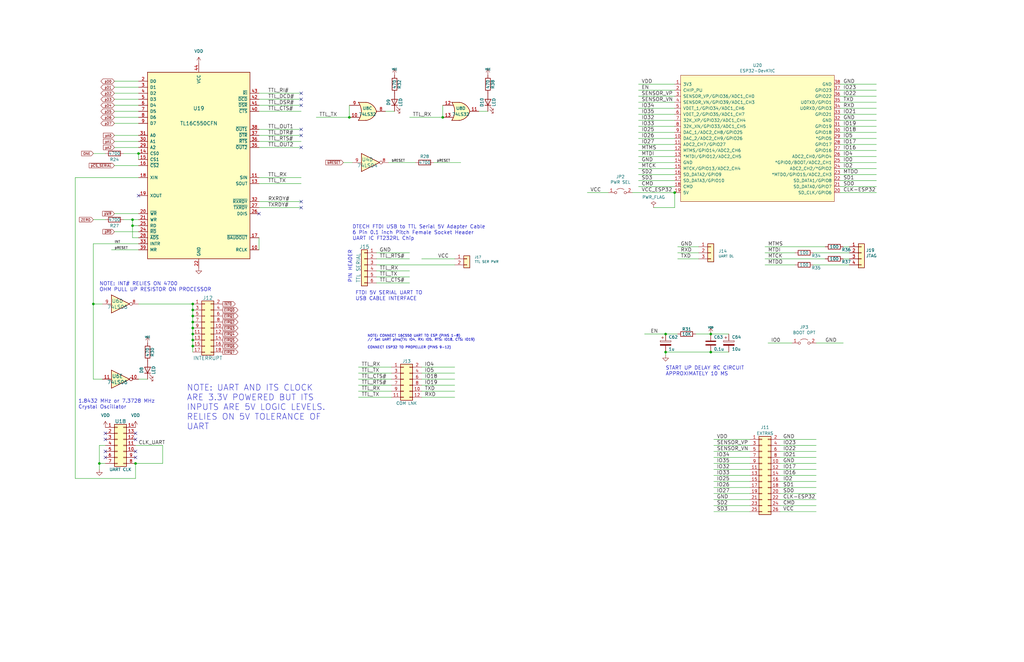
<source format=kicad_sch>
(kicad_sch (version 20211123) (generator eeschema)
  (paper "B")
  (junction (at 55.88 95.25))
  (junction (at 81.28 128.27))
  (junction (at 58.42 64.77))
  (junction (at 41.91 195.58))
  (junction (at 81.28 146.05))
  (junction (at 147.32 49.53))
  (junction (at 81.28 138.43))
  (junction (at 39.37 128.27))
  (junction (at 284.48 81.28))
  (junction (at 81.28 133.35))
  (junction (at 280.67 140.97))
  (junction (at 57.15 195.58))
  (junction (at 299.72 140.97))
  (junction (at 186.69 49.53))
  (junction (at 81.28 130.81))
  (junction (at 299.72 148.59))
  (junction (at 81.28 143.51))
  (junction (at 81.28 135.89))
  (junction (at 81.28 140.97))
  (junction (at 280.67 148.59))
  (junction (at 55.88 92.71))
  (no_connect (at 127 44.45))
  (no_connect (at 127 85.09))
  (no_connect (at 57.15 193.04))
  (no_connect (at 44.45 190.5))
  (no_connect (at 127 41.91))
  (no_connect (at 127 62.23))
  (no_connect (at 109.22 90.17))
  (no_connect (at 44.45 193.04))
  (no_connect (at 127 54.61))
  (no_connect (at 57.15 182.88))
  (no_connect (at 127 87.63))
  (no_connect (at 127 39.37))
  (no_connect (at 44.45 182.88))
  (no_connect (at 57.15 190.5))
  (no_connect (at 57.15 185.42))
  (no_connect (at 44.45 185.42))
  (no_connect (at 58.42 82.55))
  (no_connect (at 127 57.15))
  (wire (pts (xy 48.26 52.07) (xy 58.42 52.07)))
  (wire (pts (xy 300.99 187.96) (xy 316.23 187.96)))
  (wire (pts (xy 39.37 102.87) (xy 58.42 102.87)))
  (wire (pts (xy 109.22 44.45) (xy 127 44.45)))
  (wire (pts (xy 269.24 68.58) (xy 284.48 68.58)))
  (wire (pts (xy 354.33 45.72) (xy 369.57 45.72)))
  (wire (pts (xy 48.26 69.85) (xy 58.42 69.85)))
  (wire (pts (xy 172.72 49.53) (xy 186.69 49.53)))
  (wire (pts (xy 269.24 45.72) (xy 284.48 45.72)))
  (wire (pts (xy 48.26 57.15) (xy 58.42 57.15)))
  (wire (pts (xy 269.24 60.96) (xy 284.48 60.96)))
  (wire (pts (xy 342.9 106.68) (xy 358.14 106.68)))
  (wire (pts (xy 322.58 104.14) (xy 347.98 104.14)))
  (wire (pts (xy 48.26 36.83) (xy 58.42 36.83)))
  (wire (pts (xy 41.91 198.12) (xy 41.91 195.58)))
  (wire (pts (xy 354.33 71.12) (xy 369.57 71.12)))
  (wire (pts (xy 354.33 48.26) (xy 369.57 48.26)))
  (wire (pts (xy 109.22 105.41) (xy 109.22 100.33)))
  (wire (pts (xy 269.24 35.56) (xy 284.48 35.56)))
  (wire (pts (xy 58.42 160.02) (xy 62.23 160.02)))
  (wire (pts (xy 269.24 78.74) (xy 284.48 78.74)))
  (wire (pts (xy 52.07 92.71) (xy 55.88 92.71)))
  (wire (pts (xy 269.24 40.64) (xy 284.48 40.64)))
  (wire (pts (xy 284.48 81.28) (xy 284.48 87.63)))
  (wire (pts (xy 172.72 114.3) (xy 158.75 114.3)))
  (wire (pts (xy 300.99 185.42) (xy 316.23 185.42)))
  (wire (pts (xy 81.28 148.59) (xy 81.28 146.05)))
  (wire (pts (xy 109.22 77.47) (xy 127 77.47)))
  (wire (pts (xy 269.24 63.5) (xy 284.48 63.5)))
  (wire (pts (xy 57.15 187.96) (xy 68.58 187.96)))
  (wire (pts (xy 158.75 111.76) (xy 191.77 111.76)))
  (wire (pts (xy 280.67 140.97) (xy 285.75 140.97)))
  (wire (pts (xy 280.67 148.59) (xy 280.67 149.86)))
  (wire (pts (xy 271.78 140.97) (xy 280.67 140.97)))
  (wire (pts (xy 81.28 140.97) (xy 81.28 138.43)))
  (wire (pts (xy 39.37 92.71) (xy 44.45 92.71)))
  (wire (pts (xy 285.75 104.14) (xy 294.64 104.14)))
  (wire (pts (xy 269.24 71.12) (xy 284.48 71.12)))
  (wire (pts (xy 151.13 162.56) (xy 165.1 162.56)))
  (wire (pts (xy 328.93 195.58) (xy 344.17 195.58)))
  (wire (pts (xy 158.75 119.38) (xy 172.72 119.38)))
  (wire (pts (xy 354.33 66.04) (xy 369.57 66.04)))
  (wire (pts (xy 300.99 190.5) (xy 316.23 190.5)))
  (wire (pts (xy 300.99 205.74) (xy 316.23 205.74)))
  (wire (pts (xy 300.99 210.82) (xy 316.23 210.82)))
  (wire (pts (xy 151.13 167.64) (xy 165.1 167.64)))
  (wire (pts (xy 300.99 193.04) (xy 316.23 193.04)))
  (wire (pts (xy 354.33 53.34) (xy 369.57 53.34)))
  (wire (pts (xy 133.35 49.53) (xy 147.32 49.53)))
  (wire (pts (xy 177.8 157.48) (xy 191.77 157.48)))
  (wire (pts (xy 48.26 41.91) (xy 58.42 41.91)))
  (wire (pts (xy 57.15 201.93) (xy 57.15 195.58)))
  (wire (pts (xy 354.33 63.5) (xy 369.57 63.5)))
  (wire (pts (xy 269.24 50.8) (xy 284.48 50.8)))
  (wire (pts (xy 354.33 68.58) (xy 369.57 68.58)))
  (wire (pts (xy 39.37 64.77) (xy 44.45 64.77)))
  (wire (pts (xy 151.13 160.02) (xy 165.1 160.02)))
  (wire (pts (xy 354.33 50.8) (xy 369.57 50.8)))
  (wire (pts (xy 39.37 102.87) (xy 39.37 128.27)))
  (wire (pts (xy 201.93 46.99) (xy 205.74 46.99)))
  (wire (pts (xy 269.24 76.2) (xy 284.48 76.2)))
  (wire (pts (xy 300.99 208.28) (xy 316.23 208.28)))
  (wire (pts (xy 39.37 128.27) (xy 43.18 128.27)))
  (wire (pts (xy 81.28 135.89) (xy 81.28 133.35)))
  (wire (pts (xy 300.99 198.12) (xy 316.23 198.12)))
  (wire (pts (xy 55.88 100.33) (xy 55.88 95.25)))
  (wire (pts (xy 31.75 201.93) (xy 57.15 201.93)))
  (wire (pts (xy 269.24 58.42) (xy 284.48 58.42)))
  (wire (pts (xy 269.24 55.88) (xy 284.48 55.88)))
  (wire (pts (xy 177.8 160.02) (xy 191.77 160.02)))
  (wire (pts (xy 109.22 74.93) (xy 127 74.93)))
  (wire (pts (xy 293.37 140.97) (xy 299.72 140.97)))
  (wire (pts (xy 46.99 105.41) (xy 58.42 105.41)))
  (wire (pts (xy 323.85 144.78) (xy 334.01 144.78)))
  (wire (pts (xy 269.24 38.1) (xy 284.48 38.1)))
  (wire (pts (xy 151.13 165.1) (xy 165.1 165.1)))
  (wire (pts (xy 109.22 57.15) (xy 127 57.15)))
  (wire (pts (xy 48.26 90.17) (xy 58.42 90.17)))
  (wire (pts (xy 299.72 148.59) (xy 307.34 148.59)))
  (wire (pts (xy 177.8 154.94) (xy 191.77 154.94)))
  (wire (pts (xy 81.28 130.81) (xy 81.28 128.27)))
  (wire (pts (xy 300.99 195.58) (xy 316.23 195.58)))
  (wire (pts (xy 269.24 48.26) (xy 284.48 48.26)))
  (wire (pts (xy 147.32 44.45) (xy 147.32 49.53)))
  (wire (pts (xy 269.24 73.66) (xy 284.48 73.66)))
  (wire (pts (xy 300.99 200.66) (xy 316.23 200.66)))
  (wire (pts (xy 109.22 87.63) (xy 127 87.63)))
  (wire (pts (xy 300.99 215.9) (xy 316.23 215.9)))
  (wire (pts (xy 48.26 97.79) (xy 58.42 97.79)))
  (wire (pts (xy 328.93 203.2) (xy 344.17 203.2)))
  (wire (pts (xy 328.93 193.04) (xy 344.17 193.04)))
  (wire (pts (xy 354.33 60.96) (xy 369.57 60.96)))
  (wire (pts (xy 182.88 68.58) (xy 194.31 68.58)))
  (wire (pts (xy 177.8 167.64) (xy 191.77 167.64)))
  (wire (pts (xy 191.77 109.22) (xy 177.8 109.22)))
  (wire (pts (xy 285.75 109.22) (xy 294.64 109.22)))
  (wire (pts (xy 68.58 187.96) (xy 68.58 195.58)))
  (wire (pts (xy 177.8 162.56) (xy 191.77 162.56)))
  (wire (pts (xy 328.93 208.28) (xy 344.17 208.28)))
  (wire (pts (xy 44.45 187.96) (xy 41.91 187.96)))
  (wire (pts (xy 269.24 43.18) (xy 284.48 43.18)))
  (wire (pts (xy 48.26 59.69) (xy 58.42 59.69)))
  (wire (pts (xy 328.93 187.96) (xy 344.17 187.96)))
  (wire (pts (xy 57.15 195.58) (xy 68.58 195.58)))
  (wire (pts (xy 109.22 39.37) (xy 127 39.37)))
  (wire (pts (xy 109.22 41.91) (xy 127 41.91)))
  (wire (pts (xy 109.22 46.99) (xy 127 46.99)))
  (wire (pts (xy 58.42 128.27) (xy 81.28 128.27)))
  (wire (pts (xy 328.93 205.74) (xy 344.17 205.74)))
  (wire (pts (xy 186.69 49.53) (xy 186.69 44.45)))
  (wire (pts (xy 328.93 210.82) (xy 344.17 210.82)))
  (wire (pts (xy 280.67 148.59) (xy 299.72 148.59)))
  (wire (pts (xy 151.13 157.48) (xy 165.1 157.48)))
  (wire (pts (xy 109.22 59.69) (xy 127 59.69)))
  (wire (pts (xy 39.37 160.02) (xy 43.18 160.02)))
  (wire (pts (xy 48.26 34.29) (xy 58.42 34.29)))
  (wire (pts (xy 269.24 53.34) (xy 284.48 53.34)))
  (wire (pts (xy 172.72 109.22) (xy 158.75 109.22)))
  (wire (pts (xy 266.7 81.28) (xy 284.48 81.28)))
  (wire (pts (xy 354.33 81.28) (xy 369.57 81.28)))
  (wire (pts (xy 81.28 143.51) (xy 81.28 140.97)))
  (wire (pts (xy 81.28 146.05) (xy 81.28 143.51)))
  (wire (pts (xy 354.33 78.74) (xy 369.57 78.74)))
  (wire (pts (xy 322.58 106.68) (xy 335.28 106.68)))
  (wire (pts (xy 172.72 116.84) (xy 158.75 116.84)))
  (wire (pts (xy 31.75 74.93) (xy 31.75 201.93)))
  (wire (pts (xy 342.9 111.76) (xy 358.14 111.76)))
  (wire (pts (xy 144.78 68.58) (xy 148.59 68.58)))
  (wire (pts (xy 284.48 87.63) (xy 275.59 87.63)))
  (wire (pts (xy 307.34 140.97) (xy 299.72 140.97)))
  (wire (pts (xy 269.24 66.04) (xy 284.48 66.04)))
  (wire (pts (xy 354.33 43.18) (xy 369.57 43.18)))
  (wire (pts (xy 163.83 68.58) (xy 175.26 68.58)))
  (wire (pts (xy 354.33 73.66) (xy 369.57 73.66)))
  (wire (pts (xy 41.91 187.96) (xy 41.91 195.58)))
  (wire (pts (xy 354.33 35.56) (xy 369.57 35.56)))
  (wire (pts (xy 109.22 54.61) (xy 127 54.61)))
  (wire (pts (xy 322.58 111.76) (xy 335.28 111.76)))
  (wire (pts (xy 58.42 67.31) (xy 58.42 64.77)))
  (wire (pts (xy 55.88 95.25) (xy 58.42 95.25)))
  (wire (pts (xy 81.28 138.43) (xy 81.28 135.89)))
  (wire (pts (xy 355.6 104.14) (xy 358.14 104.14)))
  (wire (pts (xy 322.58 109.22) (xy 347.98 109.22)))
  (wire (pts (xy 328.93 198.12) (xy 344.17 198.12)))
  (wire (pts (xy 172.72 106.68) (xy 158.75 106.68)))
  (wire (pts (xy 48.26 49.53) (xy 58.42 49.53)))
  (wire (pts (xy 285.75 106.68) (xy 294.64 106.68)))
  (wire (pts (xy 354.33 76.2) (xy 369.57 76.2)))
  (wire (pts (xy 328.93 200.66) (xy 344.17 200.66)))
  (wire (pts (xy 328.93 213.36) (xy 344.17 213.36)))
  (wire (pts (xy 48.26 46.99) (xy 58.42 46.99)))
  (wire (pts (xy 55.88 92.71) (xy 58.42 92.71)))
  (wire (pts (xy 109.22 85.09) (xy 127 85.09)))
  (wire (pts (xy 39.37 128.27) (xy 39.37 160.02)))
  (wire (pts (xy 300.99 213.36) (xy 316.23 213.36)))
  (wire (pts (xy 354.33 40.64) (xy 369.57 40.64)))
  (wire (pts (xy 328.93 215.9) (xy 344.17 215.9)))
  (wire (pts (xy 81.28 133.35) (xy 81.28 130.81)))
  (wire (pts (xy 354.33 58.42) (xy 369.57 58.42)))
  (wire (pts (xy 48.26 62.23) (xy 58.42 62.23)))
  (wire (pts (xy 328.93 185.42) (xy 344.17 185.42)))
  (wire (pts (xy 354.33 38.1) (xy 369.57 38.1)))
  (wire (pts (xy 177.8 165.1) (xy 191.77 165.1)))
  (wire (pts (xy 58.42 100.33) (xy 55.88 100.33)))
  (wire (pts (xy 344.17 144.78) (xy 355.6 144.78)))
  (wire (pts (xy 151.13 154.94) (xy 165.1 154.94)))
  (wire (pts (xy 300.99 203.2) (xy 316.23 203.2)))
  (wire (pts (xy 41.91 195.58) (xy 44.45 195.58)))
  (wire (pts (xy 58.42 74.93) (xy 31.75 74.93)))
  (wire (pts (xy 247.65 81.28) (xy 256.54 81.28)))
  (wire (pts (xy 109.22 62.23) (xy 127 62.23)))
  (wire (pts (xy 355.6 109.22) (xy 358.14 109.22)))
  (wire (pts (xy 48.26 44.45) (xy 58.42 44.45)))
  (wire (pts (xy 52.07 64.77) (xy 58.42 64.77)))
  (wire (pts (xy 162.56 46.99) (xy 166.37 46.99)))
  (wire (pts (xy 48.26 39.37) (xy 58.42 39.37)))
  (wire (pts (xy 55.88 95.25) (xy 55.88 92.71)))
  (wire (pts (xy 354.33 55.88) (xy 369.57 55.88)))
  (wire (pts (xy 328.93 190.5) (xy 344.17 190.5)))
  (text "1.8432 MHz or 7.3728 MHz\nCrystal Oscillator" (at 33.02 172.72 0) (effects (font (size 1.524 1.524)) (justify left bottom)))
  (text "START UP DELAY RC CIRCUIT\nAPPROXIMATELY 10 MS" (at 280.67 158.75 0) (effects (font (size 1.524 1.524)) (justify left bottom)))
  (text "FTDI 5V SERIAL UART TO\nUSB CABLE INTERFACE" (at 149.86 127 0) (effects (font (size 1.524 1.524)) (justify left bottom)))
  (text "NOTE: CONNECT 16C550 UART TO ESP (PINS 1-8)\n// Set UART pins(TX: IO4, RX: IO5, RTS: IO18, CTS: IO19)\n\nCONNECT ESP32 TO PROPELLER (PINS 9-12)" (at 154.94 147.32 0) (effects (font (size 1.016 1.016)) (justify left bottom)))
  (text "NOTE: INT# RELIES ON 4700 \nOHM PULL UP RESISTOR ON PROCESSOR" (at 41.91 123.19 0) (effects (font (size 1.524 1.524)) (justify left bottom)))
  (text "DTECH FTDI USB to TTL Serial 5V Adapter Cable \n6 Pin 0.1 inch Pitch Female Socket Header \nUART IC FT232RL Chip" (at 148.59 101.6 0) (effects (font (size 1.524 1.524)) (justify left bottom)))
  (text "PIN HEADER" (at 148.59 119.38 90) (effects (font (size 1.524 1.524)) (justify left bottom)))
  (text "NOTE: UART AND ITS CLOCK\nARE 3.3V POWERED BUT ITS\nINPUTS ARE 5V LOGIC LEVELS.\nRELIES ON 5V TOLERANCE OF\nUART\n" (at 78.74 181.61 0) (effects (font (size 2.54 2.54)) (justify left bottom)))
  (label "IO4" (at 355.6 66.04 0) (effects (font (size 1.524 1.524))))
  (label "IO27" (at 270.51 60.96 0) (effects (font (size 1.524 1.524))))
  (label "VCC" (at 189.23 109.22 180) (effects (font (size 1.524 1.524))))
  (label "SD3" (at 302.26 215.9 0) (effects (font (size 1.524 1.524))))
  (label "TTL_TX" (at 113.03 77.47 0) (effects (font (size 1.524 1.524))))
  (label "MTDO" (at 355.6 73.66 0) (effects (font (size 1.524 1.524))))
  (label "TXD" (at 287.02 109.22 0) (effects (font (size 1.524 1.524))))
  (label "IO27" (at 302.26 208.28 0) (effects (font (size 1.524 1.524))))
  (label "TXRDY#" (at 113.03 87.63 0) (effects (font (size 1.524 1.524))))
  (label "INT" (at 48.26 102.87 0) (effects (font (size 1.016 1.016))))
  (label "IO35" (at 302.26 195.58 0) (effects (font (size 1.524 1.524))))
  (label "IO34" (at 302.26 193.04 0) (effects (font (size 1.524 1.524))))
  (label "CLK-ESP32" (at 330.2 210.82 0) (effects (font (size 1.524 1.524))))
  (label "EN" (at 270.51 38.1 0) (effects (font (size 1.524 1.524))))
  (label "TTL_TX" (at 152.4 157.48 0) (effects (font (size 1.524 1.524))))
  (label "SD3" (at 270.51 76.2 0) (effects (font (size 1.524 1.524))))
  (label "TTL_RTS#" (at 113.03 59.69 0) (effects (font (size 1.524 1.524))))
  (label "pRESET" (at 48.26 105.41 0) (effects (font (size 1.016 1.016))))
  (label "IO16" (at 330.2 200.66 0) (effects (font (size 1.524 1.524))))
  (label "IO22" (at 355.6 40.64 0) (effects (font (size 1.524 1.524))))
  (label "IO16" (at 355.6 63.5 0) (effects (font (size 1.524 1.524))))
  (label "CMD" (at 330.2 213.36 0) (effects (font (size 1.524 1.524))))
  (label "GND" (at 330.2 185.42 0) (effects (font (size 1.524 1.524))))
  (label "IO34" (at 270.51 45.72 0) (effects (font (size 1.524 1.524))))
  (label "TTL_DTR#" (at 113.03 57.15 0) (effects (font (size 1.524 1.524))))
  (label "TTL_RX" (at 152.4 154.94 0) (effects (font (size 1.524 1.524))))
  (label "IO4" (at 179.07 154.94 0) (effects (font (size 1.524 1.524))))
  (label "GND" (at 330.2 195.58 0) (effects (font (size 1.524 1.524))))
  (label "CLK_UART" (at 58.42 187.96 0) (effects (font (size 1.524 1.524))))
  (label "IO23" (at 330.2 187.96 0) (effects (font (size 1.524 1.524))))
  (label "TTL_TX" (at 152.4 167.64 0) (effects (font (size 1.524 1.524))))
  (label "SENSOR_VN" (at 302.26 190.5 0) (effects (font (size 1.524 1.524))))
  (label "VCC_ESP32" (at 270.51 81.28 0) (effects (font (size 1.524 1.524))))
  (label "CLK-ESP32" (at 355.6 81.28 0) (effects (font (size 1.524 1.524))))
  (label "SD1" (at 355.6 76.2 0) (effects (font (size 1.524 1.524))))
  (label "RXD" (at 179.07 167.64 0) (effects (font (size 1.524 1.524))))
  (label "GND" (at 160.02 106.68 0) (effects (font (size 1.524 1.524))))
  (label "CMD" (at 270.51 78.74 0) (effects (font (size 1.524 1.524))))
  (label "IO2" (at 355.6 71.12 0) (effects (font (size 1.524 1.524))))
  (label "TTL_RTS#" (at 152.4 162.56 0) (effects (font (size 1.524 1.524))))
  (label "GND" (at 355.6 50.8 0) (effects (font (size 1.524 1.524))))
  (label "MTCK" (at 323.85 109.22 0) (effects (font (size 1.524 1.524))))
  (label "TTL_RX" (at 160.02 114.3 0) (effects (font (size 1.524 1.524))))
  (label "TTL_TX" (at 134.62 49.53 0) (effects (font (size 1.524 1.524))))
  (label "GND" (at 287.02 104.14 0) (effects (font (size 1.524 1.524))))
  (label "IO35" (at 270.51 48.26 0) (effects (font (size 1.524 1.524))))
  (label "TXD" (at 179.07 165.1 0) (effects (font (size 1.524 1.524))))
  (label "TTL_DSR#" (at 113.03 44.45 0) (effects (font (size 1.524 1.524))))
  (label "TXD" (at 355.6 43.18 0) (effects (font (size 1.524 1.524))))
  (label "SD2" (at 270.51 73.66 0) (effects (font (size 1.524 1.524))))
  (label "VCC" (at 248.92 81.28 0) (effects (font (size 1.524 1.524))))
  (label "MTDI" (at 270.51 66.04 0) (effects (font (size 1.524 1.524))))
  (label "IO0" (at 355.6 68.58 0) (effects (font (size 1.524 1.524))))
  (label "SENSOR_VP" (at 270.51 40.64 0) (effects (font (size 1.524 1.524))))
  (label "TTL_OUT2" (at 113.03 62.23 0) (effects (font (size 1.524 1.524))))
  (label "EN" (at 274.32 140.97 0) (effects (font (size 1.524 1.524))))
  (label "TTL_RX" (at 113.03 74.93 0) (effects (font (size 1.524 1.524))))
  (label "TTL_TX" (at 160.02 116.84 0) (effects (font (size 1.524 1.524))))
  (label "MTCK" (at 270.51 71.12 0) (effects (font (size 1.524 1.524))))
  (label "IO26" (at 302.26 205.74 0) (effects (font (size 1.524 1.524))))
  (label "TTL_OUT1" (at 113.03 54.61 0) (effects (font (size 1.524 1.524))))
  (label "RXD" (at 287.02 106.68 0) (effects (font (size 1.524 1.524))))
  (label "IO32" (at 270.51 50.8 0) (effects (font (size 1.524 1.524))))
  (label "TTL_CTS#" (at 152.4 160.02 0) (effects (font (size 1.524 1.524))))
  (label "IO2" (at 330.2 203.2 0) (effects (font (size 1.524 1.524))))
  (label "IO33" (at 270.51 53.34 0) (effects (font (size 1.524 1.524))))
  (label "IO18" (at 355.6 55.88 0) (effects (font (size 1.524 1.524))))
  (label "TTL_CTS#" (at 113.03 46.99 0) (effects (font (size 1.524 1.524))))
  (label "IO21" (at 330.2 193.04 0) (effects (font (size 1.524 1.524))))
  (label "pRESET" (at 184.15 68.58 0) (effects (font (size 1.016 1.016))))
  (label "SENSOR_VN" (at 270.51 43.18 0) (effects (font (size 1.524 1.524))))
  (label "TTL_DCD#" (at 113.03 41.91 0) (effects (font (size 1.524 1.524))))
  (label "SD0" (at 330.2 208.28 0) (effects (font (size 1.524 1.524))))
  (label "TTL_RX" (at 173.99 49.53 0) (effects (font (size 1.524 1.524))))
  (label "MTDI" (at 323.85 106.68 0) (effects (font (size 1.524 1.524))))
  (label "TTL_CTS#" (at 160.02 119.38 0) (effects (font (size 1.524 1.524))))
  (label "SD1" (at 330.2 205.74 0) (effects (font (size 1.524 1.524))))
  (label "bRESET" (at 165.1 68.58 0) (effects (font (size 1.016 1.016))))
  (label "TTL_RTS#" (at 160.02 109.22 0) (effects (font (size 1.524 1.524))))
  (label "RXD" (at 355.6 45.72 0) (effects (font (size 1.524 1.524))))
  (label "VCC" (at 330.2 215.9 0) (effects (font (size 1.524 1.524))))
  (label "MTMS" (at 270.51 63.5 0) (effects (font (size 1.524 1.524))))
  (label "IO5" (at 355.6 58.42 0) (effects (font (size 1.524 1.524))))
  (label "GND" (at 270.51 68.58 0) (effects (font (size 1.524 1.524))))
  (label "GND" (at 347.98 144.78 0) (effects (font (size 1.524 1.524))))
  (label "IO18" (at 179.07 160.02 0) (effects (font (size 1.524 1.524))))
  (label "SD0" (at 355.6 78.74 0) (effects (font (size 1.524 1.524))))
  (label "VDD" (at 302.26 185.42 0) (effects (font (size 1.524 1.524))))
  (label "TTL_RI#" (at 113.03 39.37 0) (effects (font (size 1.524 1.524))))
  (label "IO25" (at 270.51 55.88 0) (effects (font (size 1.524 1.524))))
  (label "IO21" (at 355.6 48.26 0) (effects (font (size 1.524 1.524))))
  (label "IO32" (at 302.26 198.12 0) (effects (font (size 1.524 1.524))))
  (label "MTMS" (at 323.85 104.14 0) (effects (font (size 1.524 1.524))))
  (label "RXRDY#" (at 113.03 85.09 0) (effects (font (size 1.524 1.524))))
  (label "IO19" (at 355.6 53.34 0) (effects (font (size 1.524 1.524))))
  (label "SENSOR_VP" (at 302.26 187.96 0) (effects (font (size 1.524 1.524))))
  (label "GND" (at 302.26 210.82 0) (effects (font (size 1.524 1.524))))
  (label "IO26" (at 270.51 58.42 0) (effects (font (size 1.524 1.524))))
  (label "TTL_RX" (at 152.4 165.1 0) (effects (font (size 1.524 1.524))))
  (label "MTDO" (at 323.85 111.76 0) (effects (font (size 1.524 1.524))))
  (label "GND" (at 355.6 35.56 0) (effects (font (size 1.524 1.524))))
  (label "IO19" (at 179.07 162.56 0) (effects (font (size 1.524 1.524))))
  (label "VDD" (at 270.51 35.56 0) (effects (font (size 1.524 1.524))))
  (label "IO33" (at 302.26 200.66 0) (effects (font (size 1.524 1.524))))
  (label "IO25" (at 302.26 203.2 0) (effects (font (size 1.524 1.524))))
  (label "SD2" (at 302.26 213.36 0) (effects (font (size 1.524 1.524))))
  (label "IO0" (at 325.12 144.78 0) (effects (font (size 1.524 1.524))))
  (label "IO17" (at 330.2 198.12 0) (effects (font (size 1.524 1.524))))
  (label "IO23" (at 355.6 38.1 0) (effects (font (size 1.524 1.524))))
  (label "IO5" (at 179.07 157.48 0) (effects (font (size 1.524 1.524))))
  (label "IO22" (at 330.2 190.5 0) (effects (font (size 1.524 1.524))))
  (label "IO17" (at 355.6 60.96 0) (effects (font (size 1.524 1.524))))
  (global_label "pD1" (shape bidirectional) (at 48.26 36.83 180) (effects (font (size 1.016 1.016))) (property "Intersheet References" "${INTERSHEET_REFS}" (effects hide)))
  (global_label "pA0" (shape input) (at 48.26 57.15 180) (effects (font (size 1.016 1.016))) (property "Intersheet References" "${INTERSHEET_REFS}" (effects hide)))
  (global_label "~{EIRQ7}" (shape output) (at 93.98 148.59 0) (effects (font (size 1.016 1.016))) (property "Intersheet References" "${INTERSHEET_REFS}" (effects hide)))
  (global_label "~{EIRQ5}" (shape output) (at 93.98 143.51 0) (effects (font (size 1.016 1.016))) (property "Intersheet References" "${INTERSHEET_REFS}" (effects hide)))
  (global_label "~{EIRQ0}" (shape output) (at 93.98 130.81 0) (effects (font (size 1.016 1.016))) (property "Intersheet References" "${INTERSHEET_REFS}" (effects hide)))
  (global_label "~{EIRQ1}" (shape output) (at 93.98 133.35 0) (effects (font (size 1.016 1.016))) (property "Intersheet References" "${INTERSHEET_REFS}" (effects hide)))
  (global_label "ZERO" (shape input) (at 39.37 92.71 180) (effects (font (size 1.016 1.016))) (property "Intersheet References" "${INTERSHEET_REFS}" (effects hide)))
  (global_label "~{EIRQ4}" (shape output) (at 93.98 140.97 0) (effects (font (size 1.016 1.016))) (property "Intersheet References" "${INTERSHEET_REFS}" (effects hide)))
  (global_label "pD6" (shape bidirectional) (at 48.26 49.53 180) (effects (font (size 1.016 1.016))) (property "Intersheet References" "${INTERSHEET_REFS}" (effects hide)))
  (global_label "pD7" (shape bidirectional) (at 48.26 52.07 180) (effects (font (size 1.016 1.016))) (property "Intersheet References" "${INTERSHEET_REFS}" (effects hide)))
  (global_label "~{EIRQ3}" (shape output) (at 93.98 138.43 0) (effects (font (size 1.016 1.016))) (property "Intersheet References" "${INTERSHEET_REFS}" (effects hide)))
  (global_label "~{pRD}" (shape input) (at 48.26 97.79 180) (effects (font (size 1.016 1.016))) (property "Intersheet References" "${INTERSHEET_REFS}" (effects hide)))
  (global_label "~{INT0}" (shape output) (at 93.98 128.27 0) (effects (font (size 1.016 1.016))) (property "Intersheet References" "${INTERSHEET_REFS}" (effects hide)))
  (global_label "pA1" (shape input) (at 48.26 59.69 180) (effects (font (size 1.016 1.016))) (property "Intersheet References" "${INTERSHEET_REFS}" (effects hide)))
  (global_label "pD2" (shape bidirectional) (at 48.26 39.37 180) (effects (font (size 1.016 1.016))) (property "Intersheet References" "${INTERSHEET_REFS}" (effects hide)))
  (global_label "pD5" (shape bidirectional) (at 48.26 46.99 180) (effects (font (size 1.016 1.016))) (property "Intersheet References" "${INTERSHEET_REFS}" (effects hide)))
  (global_label "~{pWR}" (shape input) (at 48.26 90.17 180) (effects (font (size 1.016 1.016))) (property "Intersheet References" "${INTERSHEET_REFS}" (effects hide)))
  (global_label "~{EIRQ6}" (shape output) (at 93.98 146.05 0) (effects (font (size 1.016 1.016))) (property "Intersheet References" "${INTERSHEET_REFS}" (effects hide)))
  (global_label "pD3" (shape bidirectional) (at 48.26 41.91 180) (effects (font (size 1.016 1.016))) (property "Intersheet References" "${INTERSHEET_REFS}" (effects hide)))
  (global_label "~{EIRQ2}" (shape output) (at 93.98 135.89 0) (effects (font (size 1.016 1.016))) (property "Intersheet References" "${INTERSHEET_REFS}" (effects hide)))
  (global_label "ONE" (shape input) (at 39.37 64.77 180) (effects (font (size 1.016 1.016))) (property "Intersheet References" "${INTERSHEET_REFS}" (effects hide)))
  (global_label "~{pCS_SERIAL}" (shape input) (at 48.26 69.85 180) (effects (font (size 1.016 1.016))) (property "Intersheet References" "${INTERSHEET_REFS}" (effects hide)))
  (global_label "pA2" (shape input) (at 48.26 62.23 180) (effects (font (size 1.016 1.016))) (property "Intersheet References" "${INTERSHEET_REFS}" (effects hide)))
  (global_label "pD4" (shape bidirectional) (at 48.26 44.45 180) (effects (font (size 1.016 1.016))) (property "Intersheet References" "${INTERSHEET_REFS}" (effects hide)))
  (global_label "pD0" (shape bidirectional) (at 48.26 34.29 180) (effects (font (size 1.016 1.016))) (property "Intersheet References" "${INTERSHEET_REFS}" (effects hide)))
  (global_label "~{bRESET}" (shape input) (at 144.78 68.58 180) (effects (font (size 1.016 1.016))) (property "Intersheet References" "${INTERSHEET_REFS}" (effects hide)))
  (symbol (lib_id "power:GND") (at 41.91 198.12 0) (unit 1)
    (property "Reference" "#PWR049" (effects hide))
    (property "Value" "GND-00JRCsch-Z80SERIAL3-rescue" (effects hide))
  )
  (symbol (lib_id "Device:LED") (at 62.23 156.21 90) (unit 1)
    (property "Reference" "D8" (at 59.69 156.21 0))
    (property "Value" "LED" (at 64.77 156.21 0))
    (property "Footprint" "LED_THT:LED_D3.0mm_Horizontal_O3.81mm_Z2.0mm" (effects hide))
  )
  (symbol (lib_id "power:VCC") (at 62.23 144.78 0) (unit 1)
    (property "Reference" "#PWR052" (effects hide))
    (property "Value" "VCC" (at 62.23 142.24 0) (effects (font (size 0.762 0.762))))
  )
  (symbol (lib_id "Connector_Generic:Conn_01x02") (at 196.85 109.22 0) (unit 1)
    (property "Reference" "J17" (at 200.1012 108.5088 0) (effects (font (size 1.016 1.016)) (justify left)))
    (property "Value" "TTL SER PWR" (at 200.1012 110.4392 0) (effects (font (size 1.016 1.016)) (justify left)))
    (property "Footprint" "Connector_PinHeader_2.54mm:PinHeader_1x02_P2.54mm_Vertical" (effects hide))
  )
  (symbol (lib_id "74xx:74LS32") (at 154.94 46.99 0) (unit 3)
    (property "Reference" "U8" (at 154.94 45.72 0))
    (property "Value" "74LS32" (at 154.94 48.26 0))
    (property "Footprint" "Package_DIP:DIP-14_W7.62mm" (effects hide))
  )
  (symbol (lib_id "power:VCC") (at 205.74 31.75 0) (unit 1)
    (property "Reference" "#PWR061" (effects hide))
    (property "Value" "VCC" (at 205.74 29.21 0) (effects (font (size 0.762 0.762))))
  )
  (symbol (lib_id "power:VCC") (at 166.37 31.75 0) (unit 1)
    (property "Reference" "#PWR057" (effects hide))
    (property "Value" "VCC" (at 166.37 29.21 0) (effects (font (size 0.762 0.762))))
  )
  (symbol (lib_id "Connector_Generic:Conn_01x06") (at 153.67 111.76 0) (mirror y) (unit 1)
    (property "Reference" "J15" (at 153.67 104.14 0) (effects (font (size 1.524 1.524))))
    (property "Value" "TTL SERIAL" (at 151.13 113.03 90) (effects (font (size 1.524 1.524))))
    (property "Footprint" "Connector_PinHeader_2.54mm:PinHeader_1x06_P2.54mm_Horizontal" (effects hide))
  )
  (symbol (lib_id "Connector_Generic:Conn_02x06_Odd_Even") (at 170.18 160.02 0) (unit 1)
    (property "Reference" "J13" (at 171.45 152.4 0))
    (property "Value" "COM LNK" (at 171.45 170.18 0))
    (property "Footprint" "Connector_PinHeader_2.54mm:PinHeader_2x06_P2.54mm_Vertical" (effects hide))
  )
  (symbol (lib_id "Connector_Generic:Conn_02x07_Counter_Clockwise") (at 49.53 187.96 0) (unit 1)
    (property "Reference" "U18" (at 50.8 177.8 0) (effects (font (size 1.524 1.524))))
    (property "Value" "UART CLK" (at 50.8 198.12 0))
    (property "Footprint" "Package_DIP:DIP-14_W7.62mm" (effects hide))
  )
  (symbol (lib_id "74xx:74LS32") (at 194.31 46.99 0) (unit 4)
    (property "Reference" "U8" (at 194.31 45.72 0))
    (property "Value" "74LS32" (at 194.31 48.26 0))
    (property "Footprint" "Package_DIP:DIP-14_W7.62mm" (effects hide))
  )
  (symbol (lib_id "Device:LED") (at 205.74 43.18 90) (unit 1)
    (property "Reference" "D10" (at 203.2 43.18 0))
    (property "Value" "LED" (at 208.28 43.18 0))
    (property "Footprint" "LED_THT:LED_D3.0mm_Horizontal_O3.81mm_Z2.0mm" (effects hide))
  )
  (symbol (lib_id "Device:R") (at 205.74 35.56 0) (unit 1)
    (property "Reference" "R38" (at 207.772 35.56 90))
    (property "Value" "470" (at 205.74 35.56 90))
    (property "Footprint" "Resistor_THT:R_Axial_DIN0207_L6.3mm_D2.5mm_P7.62mm_Horizontal" (effects hide))
  )
  (symbol (lib_id "Device:LED") (at 166.37 43.18 90) (unit 1)
    (property "Reference" "D9" (at 163.83 43.18 0))
    (property "Value" "LED" (at 168.91 43.18 0))
    (property "Footprint" "LED_THT:LED_D3.0mm_Horizontal_O3.81mm_Z2.0mm" (effects hide))
  )
  (symbol (lib_id "Device:R") (at 166.37 35.56 0) (unit 1)
    (property "Reference" "R32" (at 168.402 35.56 90))
    (property "Value" "470" (at 166.37 35.56 90))
    (property "Footprint" "Resistor_THT:R_Axial_DIN0207_L6.3mm_D2.5mm_P7.62mm_Horizontal" (effects hide))
  )
  (symbol (lib_id "power:GND") (at 83.82 113.03 0) (unit 1)
    (property "Reference" "#PWR054" (effects hide))
    (property "Value" "GND" (effects hide))
  )
  (symbol (lib_id "TL16C550CFN:TL16C550CFN-Interface_UART") (at 83.82 69.85 0) (unit 1)
    (property "Reference" "U19" (at 83.82 45.72 0) (effects (font (size 1.524 1.524))))
    (property "Value" "TL16C550CFN" (at 83.82 52.07 0) (effects (font (size 1.524 1.524))))
    (property "Footprint" "Package_LCC:PLCC-44_THT-Socket" (effects hide))
  )
  (symbol (lib_id "Device:R") (at 62.23 148.59 0) (unit 1)
    (property "Reference" "R30" (at 64.262 148.59 90))
    (property "Value" "470" (at 62.23 148.59 90))
    (property "Footprint" "Resistor_THT:R_Axial_DIN0207_L6.3mm_D2.5mm_P7.62mm_Horizontal" (effects hide))
  )
  (symbol (lib_id "Espressif:ESP32-DevKitC") (at 317.5 57.15 0) (unit 1)
    (property "Reference" "U20" (at 319.405 27.559 0))
    (property "Value" "ESP32-DevKitC" (at 319.405 29.8704 0))
    (property "Footprint" "Espressif:ESP32-DevKitC" (effects hide))
    (property "Datasheet" "https://docs.espressif.com/projects/esp-idf/zh_CN/latest/esp32/hw-reference/esp32/get-started-devkitc.html" (effects hide))
  )
  (symbol (lib_id "power:VDD") (at 299.72 140.97 0) (unit 1)
    (property "Reference" "#PWR056" (effects hide))
    (property "Value" "VDD" (at 299.72 138.176 0) (effects (font (size 0.762 0.762))))
  )
  (symbol (lib_id "Device:R") (at 289.56 140.97 90) (unit 1)
    (property "Reference" "R31" (at 289.56 138.938 90))
    (property "Value" "10K" (at 289.56 140.97 90))
    (property "Footprint" "Resistor_THT:R_Axial_DIN0207_L6.3mm_D2.5mm_P7.62mm_Horizontal" (effects hide))
  )
  (symbol (lib_id "power:GND") (at 280.67 149.86 0) (unit 1)
    (property "Reference" "#PWR055" (effects hide))
    (property "Value" "GND-power-Z80KBDMSE2-rescue" (effects hide))
  )
  (symbol (lib_id "Connector_Generic:Conn_01x03") (at 299.72 106.68 0) (unit 1)
    (property "Reference" "J14" (at 302.9712 105.9688 0) (effects (justify left)))
    (property "Value" "UART DL" (at 302.9712 108.1024 0) (effects (font (size 1.016 1.016)) (justify left)))
    (property "Footprint" "Connector_PinHeader_2.54mm:PinHeader_1x03_P2.54mm_Vertical" (effects hide))
  )
  (symbol (lib_id "Jumper:Jumper_2_Open") (at 339.09 144.78 0) (unit 1)
    (property "Reference" "JP3" (at 339.09 138.0744 0))
    (property "Value" "BOOT OPT" (at 339.09 140.3858 0))
    (property "Footprint" "Connector_PinHeader_2.54mm:PinHeader_1x02_P2.54mm_Vertical" (effects hide))
  )
  (symbol (lib_id "Connector_Generic:Conn_01x04") (at 363.22 106.68 0) (unit 1)
    (property "Reference" "J19" (at 365.2012 105.6386 0) (effects (justify left)))
    (property "Value" "JTAG" (at 365.2012 107.95 0) (effects (justify left)))
    (property "Footprint" "Connector_PinHeader_2.54mm:PinHeader_1x04_P2.54mm_Vertical" (effects hide))
  )
  (symbol (lib_id "Device:R") (at 351.79 104.14 90) (unit 1)
    (property "Reference" "R36" (at 356.87 105.41 90))
    (property "Value" "100" (at 351.79 104.14 90))
    (property "Footprint" "Resistor_THT:R_Axial_DIN0207_L6.3mm_D2.5mm_P7.62mm_Horizontal" (effects hide))
  )
  (symbol (lib_id "Device:R") (at 339.09 106.68 90) (unit 1)
    (property "Reference" "R34" (at 344.17 107.95 90))
    (property "Value" "100" (at 339.09 106.68 90))
    (property "Footprint" "Resistor_THT:R_Axial_DIN0207_L6.3mm_D2.5mm_P7.62mm_Horizontal" (effects hide))
  )
  (symbol (lib_id "Device:R") (at 351.79 109.22 90) (unit 1)
    (property "Reference" "R37" (at 356.87 110.49 90))
    (property "Value" "100" (at 351.79 109.22 90))
    (property "Footprint" "Resistor_THT:R_Axial_DIN0207_L6.3mm_D2.5mm_P7.62mm_Horizontal" (effects hide))
  )
  (symbol (lib_id "Device:R") (at 339.09 111.76 90) (unit 1)
    (property "Reference" "R35" (at 344.17 113.03 90))
    (property "Value" "100" (at 339.09 111.76 90))
    (property "Footprint" "Resistor_THT:R_Axial_DIN0207_L6.3mm_D2.5mm_P7.62mm_Horizontal" (effects hide))
  )
  (symbol (lib_id "Connector_Generic:Conn_02x13_Odd_Even") (at 321.31 200.66 0) (unit 1)
    (property "Reference" "J11" (at 322.58 180.34 0))
    (property "Value" "EXTRAS" (at 322.58 182.88 0))
    (property "Footprint" "Connector_PinHeader_2.54mm:PinHeader_2x13_P2.54mm_Vertical" (effects hide))
  )
  (symbol (lib_id "Jumper:Jumper_2_Open") (at 261.62 81.28 0) (unit 1)
    (property "Reference" "JP2" (at 261.62 74.5744 0))
    (property "Value" "PWR SEL" (at 261.62 76.8858 0))
    (property "Footprint" "Connector_PinHeader_2.54mm:PinHeader_1x02_P2.54mm_Vertical" (effects hide))
  )
  (symbol (lib_id "power:PWR_FLAG") (at 275.59 87.63 0) (unit 1)
    (property "Reference" "#FLG07" (effects hide))
    (property "Value" "PWR_FLAG" (at 275.59 83.2358 0))
  )
  (symbol (lib_id "Device:C_Polarized") (at 280.67 144.78 0) (unit 1)
    (property "Reference" "C62" (at 281.94 142.24 0) (effects (justify left)))
    (property "Value" "1u" (at 281.94 147.32 0) (effects (justify left)))
    (property "Footprint" "Capacitor_THT:CP_Radial_D5.0mm_P2.50mm" (effects hide))
  )
  (symbol (lib_id "Device:R") (at 48.26 64.77 90) (unit 1)
    (property "Reference" "R24" (at 48.26 67.31 90))
    (property "Value" "4700" (at 48.26 64.77 90))
    (property "Footprint" "Resistor_THT:R_Axial_DIN0207_L6.3mm_D2.5mm_P7.62mm_Horizontal" (effects hide))
  )
  (symbol (lib_id "74xx:74LS06") (at 50.8 160.02 0) (unit 5)
    (property "Reference" "U6" (at 49.53 158.75 0) (effects (font (size 1.524 1.524))))
    (property "Value" "74LS06" (at 49.53 161.29 0) (effects (font (size 1.524 1.524))))
    (property "Footprint" "Package_DIP:DIP-14_W7.62mm" (effects hide))
    (property "Datasheet" "http://www.ti.com/lit/gpn/sn74LS06" (effects hide))
  )
  (symbol (lib_id "power:VDD") (at 57.15 180.34 0) (unit 1)
    (property "Reference" "#PWR0103" (effects hide))
    (property "Value" "VDD" (at 57.15 175.26 0))
  )
  (symbol (lib_id "Device:R") (at 179.07 68.58 90) (unit 1)
    (property "Reference" "R28" (at 179.07 66.04 90))
    (property "Value" "4700" (at 179.07 68.58 90))
    (property "Footprint" "Resistor_THT:R_Axial_DIN0207_L6.3mm_D2.5mm_P7.62mm_Horizontal" (effects hide))
  )
  (symbol (lib_id "74xx:74LS04") (at 156.21 68.58 0) (unit 4)
    (property "Reference" "U4" (at 154.94 67.31 0) (effects (font (size 1.524 1.524))))
    (property "Value" "74LS04" (at 154.94 69.85 0) (effects (font (size 1.524 1.524))))
    (property "Footprint" "Package_DIP:DIP-14_W7.62mm" (effects hide))
    (property "Datasheet" "http://www.ti.com/lit/gpn/sn74LS04" (effects hide))
  )
  (symbol (lib_id "power:VDD") (at 44.45 180.34 0) (unit 1)
    (property "Reference" "#PWR0102" (effects hide))
    (property "Value" "VDD" (at 44.45 175.26 0))
  )
  (symbol (lib_id "Device:C_Polarized") (at 307.34 144.78 0) (unit 1)
    (property "Reference" "C64" (at 308.61 142.24 0) (effects (justify left)))
    (property "Value" "10u" (at 308.61 147.32 0) (effects (justify left)))
    (property "Footprint" "Capacitor_THT:CP_Radial_D5.0mm_P2.50mm" (effects hide))
  )
  (symbol (lib_id "Connector_Generic:Conn_02x09_Odd_Even") (at 86.36 138.43 0) (unit 1)
    (property "Reference" "J12" (at 87.63 125.73 0) (effects (font (size 1.524 1.524))))
    (property "Value" "INTERRUPT" (at 87.63 151.13 0) (effects (font (size 1.524 1.524))))
    (property "Footprint" "Connector_PinHeader_2.54mm:PinHeader_2x09_P2.54mm_Vertical" (effects hide))
  )
  (symbol (lib_id "Device:C") (at 299.72 144.78 0) (unit 1)
    (property "Reference" "C63" (at 300.99 142.24 0) (effects (justify left)))
    (property "Value" "0.1u" (at 300.99 147.32 0) (effects (justify left)))
    (property "Footprint" "Capacitor_THT:C_Disc_D5.0mm_W2.5mm_P5.00mm" (effects hide))
  )
  (symbol (lib_id "74xx:74LS06") (at 50.8 128.27 0) (unit 4)
    (property "Reference" "U6" (at 49.53 127 0) (effects (font (size 1.524 1.524))))
    (property "Value" "74LS06" (at 49.53 129.54 0) (effects (font (size 1.524 1.524))))
    (property "Footprint" "Package_DIP:DIP-14_W7.62mm" (effects hide))
    (property "Datasheet" "http://www.ti.com/lit/gpn/sn74LS06" (effects hide))
  )
  (symbol (lib_id "Device:R") (at 48.26 92.71 90) (unit 1)
    (property "Reference" "R27" (at 48.26 95.25 90))
    (property "Value" "4700" (at 48.26 92.71 90))
    (property "Footprint" "Resistor_THT:R_Axial_DIN0207_L6.3mm_D2.5mm_P7.62mm_Horizontal" (effects hide))
  )
  (symbol (lib_id "power:VDD") (at 83.82 26.67 0) (unit 1)
    (property "Reference" "#PWR0104" (effects hide))
    (property "Value" "VDD" (at 83.82 21.59 0))
  )
)
</source>
